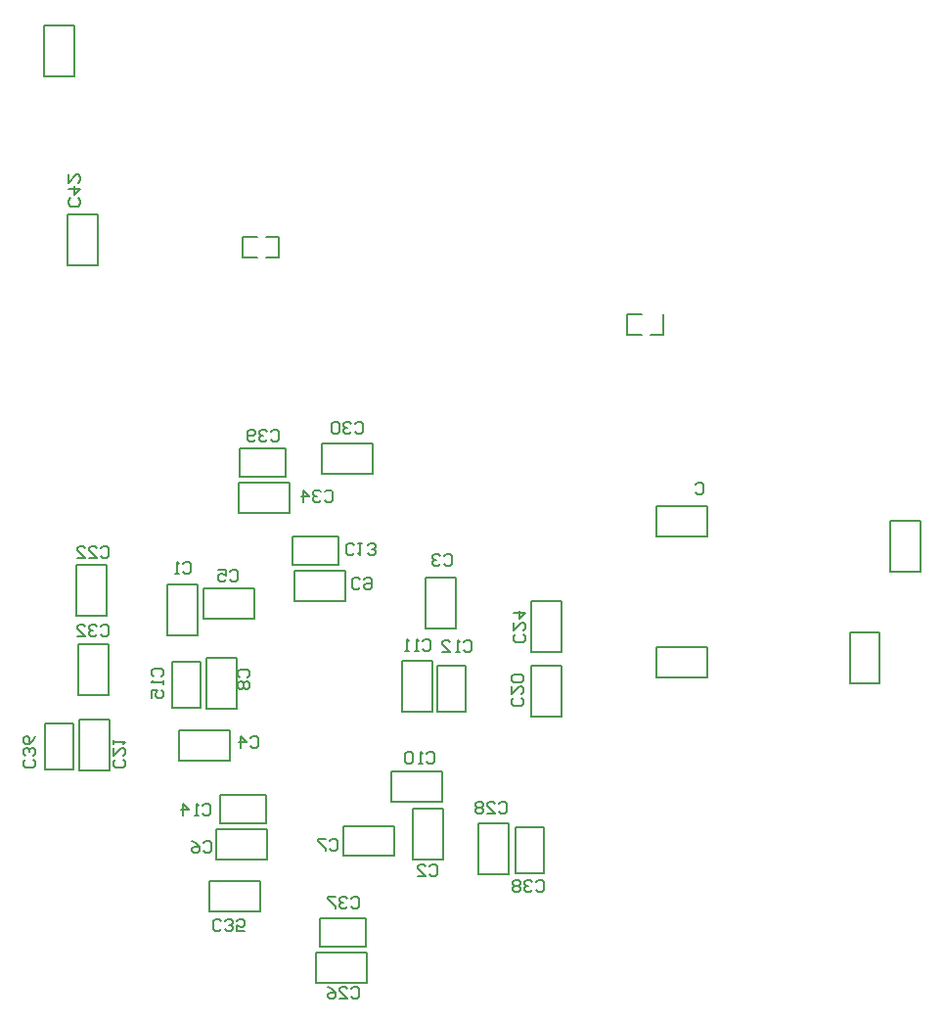
<source format=gbo>
%FSLAX24Y24*%
%MOIN*%
G70*
G01*
G75*
%ADD10C,0.0080*%
%ADD11R,0.0433X0.0472*%
%ADD12R,0.0630X0.0114*%
%ADD13O,0.0630X0.0115*%
%ADD14O,0.0115X0.0630*%
%ADD15O,0.0115X0.0630*%
%ADD16O,0.0630X0.0115*%
%ADD17R,0.0500X0.0180*%
%ADD18R,0.0400X0.0400*%
%ADD19R,0.0200X0.0350*%
%ADD20R,0.0350X0.0200*%
%ADD21R,0.0551X0.0512*%
%ADD22R,0.0472X0.0433*%
%ADD23R,0.0600X0.1700*%
%ADD24O,0.0600X0.1700*%
%ADD25R,0.2126X0.1102*%
%ADD26O,0.0400X0.2000*%
%ADD27R,0.0157X0.0531*%
%ADD28O,0.0945X0.0315*%
%ADD29R,0.0945X0.0315*%
%ADD30O,0.0256X0.0866*%
%ADD31R,0.0256X0.0866*%
%ADD32O,0.0866X0.0256*%
%ADD33R,0.0394X0.0394*%
%ADD34R,0.0394X0.0551*%
%ADD35R,0.1024X0.1417*%
%ADD36R,0.0787X0.1496*%
%ADD37R,0.0315X0.0354*%
%ADD38R,0.1024X0.0630*%
%ADD39R,0.0630X0.0115*%
%ADD40R,0.1417X0.1024*%
%ADD41R,0.0300X0.0300*%
%ADD42R,0.0600X0.0600*%
%ADD43R,0.1102X0.2126*%
%ADD44R,0.0354X0.0315*%
%ADD45R,0.0630X0.0630*%
%ADD46R,0.1024X0.1417*%
%ADD47R,0.2400X0.2600*%
%ADD48R,0.0600X0.1000*%
%ADD49C,0.0070*%
%ADD50C,0.0090*%
%ADD51C,0.0100*%
%ADD52C,0.0150*%
%ADD53C,0.0197*%
%ADD54C,0.0250*%
%ADD55C,0.0200*%
%ADD56C,0.0800*%
%ADD57C,0.0120*%
%ADD58R,0.2035X0.2420*%
%ADD59C,0.0620*%
%ADD60C,0.1700*%
%ADD61C,0.0800*%
%ADD62C,0.1184*%
%ADD63C,0.0250*%
%ADD64R,0.0512X0.0551*%
%ADD65C,0.0220*%
%ADD66C,0.0280*%
%ADD67C,0.0098*%
%ADD68C,0.0079*%
%ADD69C,0.0010*%
D10*
X78257Y41162D02*
X78324Y41229D01*
X78457D01*
X78524Y41162D01*
Y40896D01*
X78457Y40829D01*
X78324D01*
X78257Y40896D01*
X78124Y40829D02*
X77990D01*
X78057D01*
Y41229D01*
X78124Y41162D01*
X86676Y30874D02*
X86743Y30941D01*
X86876D01*
X86943Y30874D01*
Y30608D01*
X86876Y30541D01*
X86743D01*
X86676Y30608D01*
X86276Y30541D02*
X86543D01*
X86276Y30808D01*
Y30874D01*
X86343Y30941D01*
X86476D01*
X86543Y30874D01*
X87164Y41443D02*
X87231Y41510D01*
X87364D01*
X87430Y41443D01*
Y41177D01*
X87364Y41110D01*
X87231D01*
X87164Y41177D01*
X87031Y41443D02*
X86964Y41510D01*
X86831D01*
X86764Y41443D01*
Y41377D01*
X86831Y41310D01*
X86897D01*
X86831D01*
X86764Y41243D01*
Y41177D01*
X86831Y41110D01*
X86964D01*
X87031Y41177D01*
X80581Y35241D02*
X80648Y35308D01*
X80781D01*
X80848Y35241D01*
Y34974D01*
X80781Y34908D01*
X80648D01*
X80581Y34974D01*
X80248Y34908D02*
Y35308D01*
X80448Y35108D01*
X80181D01*
X79878Y40914D02*
X79945Y40981D01*
X80078D01*
X80145Y40914D01*
Y40648D01*
X80078Y40581D01*
X79945D01*
X79878Y40648D01*
X79478Y40981D02*
X79745D01*
Y40781D01*
X79611Y40847D01*
X79545D01*
X79478Y40781D01*
Y40648D01*
X79545Y40581D01*
X79678D01*
X79745Y40648D01*
X78977Y31673D02*
X79044Y31740D01*
X79177D01*
X79244Y31673D01*
Y31407D01*
X79177Y31340D01*
X79044D01*
X78977Y31407D01*
X78577Y31740D02*
X78710Y31673D01*
X78844Y31540D01*
Y31407D01*
X78777Y31340D01*
X78644D01*
X78577Y31407D01*
Y31473D01*
X78644Y31540D01*
X78844D01*
X83268Y31752D02*
X83334Y31819D01*
X83468D01*
X83534Y31752D01*
Y31486D01*
X83468Y31419D01*
X83334D01*
X83268Y31486D01*
X83134Y31819D02*
X82868D01*
Y31752D01*
X83134Y31486D01*
Y31419D01*
X80192Y37321D02*
X80125Y37387D01*
Y37520D01*
X80192Y37587D01*
X80458D01*
X80525Y37520D01*
Y37387D01*
X80458Y37321D01*
X80192Y37187D02*
X80125Y37121D01*
Y36987D01*
X80192Y36921D01*
X80258D01*
X80325Y36987D01*
X80392Y36921D01*
X80458D01*
X80525Y36987D01*
Y37121D01*
X80458Y37187D01*
X80392D01*
X80325Y37121D01*
X80258Y37187D01*
X80192D01*
X80325Y37121D02*
Y36987D01*
X84320Y40377D02*
X84254Y40310D01*
X84120D01*
X84054Y40377D01*
Y40644D01*
X84120Y40710D01*
X84254D01*
X84320Y40644D01*
X84453D02*
X84520Y40710D01*
X84653D01*
X84720Y40644D01*
Y40377D01*
X84653Y40310D01*
X84520D01*
X84453Y40377D01*
Y40444D01*
X84520Y40510D01*
X84720D01*
X86568Y34712D02*
X86635Y34778D01*
X86768D01*
X86835Y34712D01*
Y34445D01*
X86768Y34378D01*
X86635D01*
X86568Y34445D01*
X86435Y34378D02*
X86302D01*
X86368D01*
Y34778D01*
X86435Y34712D01*
X86102D02*
X86035Y34778D01*
X85902D01*
X85835Y34712D01*
Y34445D01*
X85902Y34378D01*
X86035D01*
X86102Y34445D01*
Y34712D01*
X86428Y38557D02*
X86494Y38624D01*
X86628D01*
X86694Y38557D01*
Y38291D01*
X86628Y38224D01*
X86494D01*
X86428Y38291D01*
X86295Y38224D02*
X86161D01*
X86228D01*
Y38624D01*
X86295Y38557D01*
X85961Y38224D02*
X85828D01*
X85895D01*
Y38624D01*
X85961Y38557D01*
X87834Y38516D02*
X87900Y38582D01*
X88034D01*
X88100Y38516D01*
Y38249D01*
X88034Y38183D01*
X87900D01*
X87834Y38249D01*
X87700Y38183D02*
X87567D01*
X87634D01*
Y38582D01*
X87700Y38516D01*
X87101Y38183D02*
X87367D01*
X87101Y38449D01*
Y38516D01*
X87167Y38582D01*
X87301D01*
X87367Y38516D01*
X84100Y41557D02*
X84033Y41490D01*
X83900D01*
X83834Y41557D01*
Y41824D01*
X83900Y41890D01*
X84033D01*
X84100Y41824D01*
X84233Y41890D02*
X84367D01*
X84300D01*
Y41490D01*
X84233Y41557D01*
X84567D02*
X84633Y41490D01*
X84767D01*
X84833Y41557D01*
Y41624D01*
X84767Y41690D01*
X84700D01*
X84767D01*
X84833Y41757D01*
Y41824D01*
X84767Y41890D01*
X84633D01*
X84567Y41824D01*
X78937Y32933D02*
X79004Y33000D01*
X79137D01*
X79204Y32933D01*
Y32667D01*
X79137Y32600D01*
X79004D01*
X78937Y32667D01*
X78804Y32600D02*
X78670D01*
X78737D01*
Y33000D01*
X78804Y32933D01*
X78271Y32600D02*
Y33000D01*
X78470Y32800D01*
X78204D01*
X77272Y37354D02*
X77206Y37420D01*
Y37554D01*
X77272Y37620D01*
X77539D01*
X77606Y37554D01*
Y37420D01*
X77539Y37354D01*
X77606Y37220D02*
Y37087D01*
Y37154D01*
X77206D01*
X77272Y37220D01*
X77206Y36621D02*
Y36887D01*
X77406D01*
X77339Y36754D01*
Y36687D01*
X77406Y36621D01*
X77539D01*
X77606Y36687D01*
Y36820D01*
X77539Y36887D01*
X89806Y36621D02*
X89873Y36555D01*
Y36422D01*
X89806Y36355D01*
X89540D01*
X89473Y36422D01*
Y36555D01*
X89540Y36621D01*
X89473Y37021D02*
Y36755D01*
X89740Y37021D01*
X89806D01*
X89873Y36955D01*
Y36821D01*
X89806Y36755D01*
Y37155D02*
X89873Y37221D01*
Y37355D01*
X89806Y37421D01*
X89540D01*
X89473Y37355D01*
Y37221D01*
X89540Y37155D01*
X89806D01*
X76227Y34517D02*
X76293Y34450D01*
Y34317D01*
X76227Y34250D01*
X75960D01*
X75894Y34317D01*
Y34450D01*
X75960Y34517D01*
X75894Y34917D02*
Y34650D01*
X76160Y34917D01*
X76227D01*
X76293Y34850D01*
Y34717D01*
X76227Y34650D01*
X75894Y35050D02*
Y35183D01*
Y35117D01*
X76293D01*
X76227Y35050D01*
X75470Y41725D02*
X75537Y41791D01*
X75670D01*
X75737Y41725D01*
Y41458D01*
X75670Y41391D01*
X75537D01*
X75470Y41458D01*
X75070Y41391D02*
X75337D01*
X75070Y41658D01*
Y41725D01*
X75137Y41791D01*
X75270D01*
X75337Y41725D01*
X74670Y41391D02*
X74937D01*
X74670Y41658D01*
Y41725D01*
X74737Y41791D01*
X74870D01*
X74937Y41725D01*
X89881Y38772D02*
X89947Y38705D01*
Y38572D01*
X89881Y38505D01*
X89614D01*
X89548Y38572D01*
Y38705D01*
X89614Y38772D01*
X89548Y39172D02*
Y38905D01*
X89814Y39172D01*
X89881D01*
X89947Y39105D01*
Y38972D01*
X89881Y38905D01*
X89548Y39505D02*
X89947D01*
X89747Y39305D01*
Y39571D01*
X83996Y26715D02*
X84063Y26781D01*
X84196D01*
X84263Y26715D01*
Y26448D01*
X84196Y26381D01*
X84063D01*
X83996Y26448D01*
X83597Y26381D02*
X83863D01*
X83597Y26648D01*
Y26715D01*
X83663Y26781D01*
X83797D01*
X83863Y26715D01*
X83197Y26781D02*
X83330Y26715D01*
X83463Y26581D01*
Y26448D01*
X83397Y26381D01*
X83263D01*
X83197Y26448D01*
Y26515D01*
X83263Y26581D01*
X83463D01*
X89033Y33025D02*
X89100Y33091D01*
X89233D01*
X89299Y33025D01*
Y32758D01*
X89233Y32691D01*
X89100D01*
X89033Y32758D01*
X88633Y32691D02*
X88900D01*
X88633Y32958D01*
Y33025D01*
X88700Y33091D01*
X88833D01*
X88900Y33025D01*
X88500D02*
X88433Y33091D01*
X88300D01*
X88233Y33025D01*
Y32958D01*
X88300Y32891D01*
X88233Y32825D01*
Y32758D01*
X88300Y32691D01*
X88433D01*
X88500Y32758D01*
Y32825D01*
X88433Y32891D01*
X88500Y32958D01*
Y33025D01*
X88433Y32891D02*
X88300D01*
X84137Y45951D02*
X84204Y46017D01*
X84337D01*
X84404Y45951D01*
Y45684D01*
X84337Y45617D01*
X84204D01*
X84137Y45684D01*
X84004Y45951D02*
X83937Y46017D01*
X83804D01*
X83737Y45951D01*
Y45884D01*
X83804Y45817D01*
X83870D01*
X83804D01*
X83737Y45751D01*
Y45684D01*
X83804Y45617D01*
X83937D01*
X84004Y45684D01*
X83604Y45951D02*
X83537Y46017D01*
X83404D01*
X83337Y45951D01*
Y45684D01*
X83404Y45617D01*
X83537D01*
X83604Y45684D01*
Y45951D01*
X75470Y39045D02*
X75537Y39112D01*
X75670D01*
X75737Y39045D01*
Y38779D01*
X75670Y38712D01*
X75537D01*
X75470Y38779D01*
X75337Y39045D02*
X75270Y39112D01*
X75137D01*
X75070Y39045D01*
Y38978D01*
X75137Y38912D01*
X75203D01*
X75137D01*
X75070Y38845D01*
Y38779D01*
X75137Y38712D01*
X75270D01*
X75337Y38779D01*
X74670Y38712D02*
X74937D01*
X74670Y38978D01*
Y39045D01*
X74737Y39112D01*
X74870D01*
X74937Y39045D01*
X83112Y43627D02*
X83178Y43693D01*
X83311D01*
X83378Y43627D01*
Y43360D01*
X83311Y43293D01*
X83178D01*
X83112Y43360D01*
X82978Y43627D02*
X82912Y43693D01*
X82778D01*
X82712Y43627D01*
Y43560D01*
X82778Y43493D01*
X82845D01*
X82778D01*
X82712Y43427D01*
Y43360D01*
X82778Y43293D01*
X82912D01*
X82978Y43360D01*
X82378Y43293D02*
Y43693D01*
X82578Y43493D01*
X82312D01*
X79557Y28747D02*
X79490Y28680D01*
X79357D01*
X79290Y28747D01*
Y29013D01*
X79357Y29080D01*
X79490D01*
X79557Y29013D01*
X79690Y28747D02*
X79757Y28680D01*
X79890D01*
X79956Y28747D01*
Y28813D01*
X79890Y28880D01*
X79823D01*
X79890D01*
X79956Y28947D01*
Y29013D01*
X79890Y29080D01*
X79757D01*
X79690Y29013D01*
X80356Y28680D02*
X80090D01*
Y28880D01*
X80223Y28813D01*
X80290D01*
X80356Y28880D01*
Y29013D01*
X80290Y29080D01*
X80156D01*
X80090Y29013D01*
X73177Y34497D02*
X73243Y34430D01*
Y34297D01*
X73177Y34230D01*
X72910D01*
X72844Y34297D01*
Y34430D01*
X72910Y34497D01*
X73177Y34630D02*
X73243Y34697D01*
Y34830D01*
X73177Y34897D01*
X73110D01*
X73043Y34830D01*
Y34763D01*
Y34830D01*
X72977Y34897D01*
X72910D01*
X72844Y34830D01*
Y34697D01*
X72910Y34630D01*
X73243Y35297D02*
X73177Y35163D01*
X73043Y35030D01*
X72910D01*
X72844Y35097D01*
Y35230D01*
X72910Y35297D01*
X72977D01*
X73043Y35230D01*
Y35030D01*
X83996Y29783D02*
X84063Y29849D01*
X84196D01*
X84263Y29783D01*
Y29516D01*
X84196Y29449D01*
X84063D01*
X83996Y29516D01*
X83863Y29783D02*
X83797Y29849D01*
X83663D01*
X83597Y29783D01*
Y29716D01*
X83663Y29649D01*
X83730D01*
X83663D01*
X83597Y29583D01*
Y29516D01*
X83663Y29449D01*
X83797D01*
X83863Y29516D01*
X83463Y29849D02*
X83197D01*
Y29783D01*
X83463Y29516D01*
Y29449D01*
X90298Y30345D02*
X90365Y30412D01*
X90498D01*
X90565Y30345D01*
Y30078D01*
X90498Y30012D01*
X90365D01*
X90298Y30078D01*
X90165Y30345D02*
X90098Y30412D01*
X89965D01*
X89898Y30345D01*
Y30278D01*
X89965Y30212D01*
X90032D01*
X89965D01*
X89898Y30145D01*
Y30078D01*
X89965Y30012D01*
X90098D01*
X90165Y30078D01*
X89765Y30345D02*
X89698Y30412D01*
X89565D01*
X89498Y30345D01*
Y30278D01*
X89565Y30212D01*
X89498Y30145D01*
Y30078D01*
X89565Y30012D01*
X89698D01*
X89765Y30078D01*
Y30145D01*
X89698Y30212D01*
X89765Y30278D01*
Y30345D01*
X89698Y30212D02*
X89565D01*
X81284Y45669D02*
X81351Y45736D01*
X81484D01*
X81550Y45669D01*
Y45403D01*
X81484Y45336D01*
X81351D01*
X81284Y45403D01*
X81151Y45669D02*
X81084Y45736D01*
X80951D01*
X80884Y45669D01*
Y45603D01*
X80951Y45536D01*
X81017D01*
X80951D01*
X80884Y45469D01*
Y45403D01*
X80951Y45336D01*
X81084D01*
X81151Y45403D01*
X80751D02*
X80684Y45336D01*
X80551D01*
X80484Y45403D01*
Y45669D01*
X80551Y45736D01*
X80684D01*
X80751Y45669D01*
Y45603D01*
X80684Y45536D01*
X80484D01*
X74707Y53627D02*
X74773Y53560D01*
Y53427D01*
X74707Y53360D01*
X74440D01*
X74374Y53427D01*
Y53560D01*
X74440Y53627D01*
X74374Y53960D02*
X74773D01*
X74573Y53760D01*
Y54027D01*
X74374Y54427D02*
Y54160D01*
X74640Y54427D01*
X74707D01*
X74773Y54360D01*
Y54227D01*
X74707Y54160D01*
X95723Y43875D02*
X95790Y43941D01*
X95923D01*
X95990Y43875D01*
Y43608D01*
X95923Y43542D01*
X95790D01*
X95723Y43608D0` ¾                                                                                                                                                                                                                                                                                                                                                                                                                                                                                                                                                                                                                                                                                                                                                                                                                                                                                                                                                                                                                                                                                                                                                                                                                                                                                                                                                                                                                                                                                                                                                                                                                                                                                                                                                                                                                                                                                                                                                                                                                                                                                                                                                                                                                                                                                                                                                                                                                                                                                                                                                                                                                                                                                                                                                                                                                                                                                                                                                                                                                                                                                                                                                                                                                                                                                                                                                                                                                                                                                                                                                                                                                                                                                                                                                                                                                                                                                                                                                                                                                                                                                                                                                                                                                                                                                                                                                                                                                                                                                                                                                                                                                                                                                                                                                                                                                                                                                                                                                                                                                                                                                                                                                                                                                                                                                                                                                                                                                                                                                                                                                                                                                                                                                                                                                                                                                                                                                                                                                                                                                                                                                                                                                                                                                                                                                                                                                                                        54D01*
X94204Y48980D02*
X94654D01*
X93404D02*
X93904D01*
X93404Y49680D02*
X93904D01*
X94654Y48980D02*
Y49680D01*
X93404Y48980D02*
Y49680D01*
X80300Y51600D02*
Y52300D01*
X81550Y51600D02*
Y52300D01*
X80300D02*
X80800D01*
X80300Y51600D02*
X80800D01*
X81100D02*
X81550D01*
X81100Y52300D02*
X81550D01*
D68*
X77742Y38738D02*
X78765D01*
Y40470D01*
X77742D02*
X78765D01*
X77742Y38738D02*
Y40470D01*
X96146Y42118D02*
Y43142D01*
X94413D02*
X96146D01*
X94413Y42118D02*
Y43142D01*
Y42118D02*
X96146D01*
X73542Y59522D02*
X74565D01*
X73542Y57790D02*
Y59522D01*
Y57790D02*
X74565D01*
Y59522D01*
X94413Y37318D02*
X96146D01*
X94413D02*
Y38342D01*
X96146D01*
Y37318D02*
Y38342D01*
X103404Y40901D02*
Y42633D01*
X102381Y40901D02*
X103404D01*
X102381D02*
Y42633D01*
X103404D01*
X102012Y37110D02*
Y38842D01*
X100988Y37110D02*
X102012D01*
X100988D02*
Y38842D01*
X102012D01*
X83008Y45262D02*
X84740D01*
Y44238D02*
Y45262D01*
X83008Y44238D02*
X84740D01*
X83008D02*
Y45262D01*
X87565Y38990D02*
Y40722D01*
X86542Y38990D02*
X87565D01*
X86542D02*
Y40722D01*
X87565D01*
X79413Y31118D02*
X81146D01*
X79413D02*
Y32142D01*
X81146D01*
Y31118D02*
Y32142D01*
X82061Y40942D02*
X83794D01*
Y39918D02*
Y40942D01*
X82061Y39918D02*
X83794D01*
X82061D02*
Y40942D01*
X85378Y33083D02*
X87111D01*
X85378D02*
Y34107D01*
X87111D01*
Y33083D02*
Y34107D01*
X85742Y36138D02*
Y37870D01*
X86765D01*
Y36138D02*
Y37870D01*
X85742Y36138D02*
X86765D01*
X87891Y36142D02*
Y37717D01*
X86946D02*
X87891D01*
X86946Y36142D02*
Y37717D01*
Y36142D02*
X87891D01*
X82001Y41158D02*
X83576D01*
Y42103D01*
X82001D02*
X83576D01*
X82001Y41158D02*
Y42103D01*
X78866Y36270D02*
Y37844D01*
X77921D02*
X78866D01*
X77921Y36270D02*
Y37844D01*
Y36270D02*
X78866D01*
X74742Y34138D02*
Y35870D01*
X75765D01*
Y34138D02*
Y35870D01*
X74742Y34138D02*
X75765D01*
X91165Y38190D02*
Y39922D01*
X90142Y38190D02*
X91165D01*
X90142D02*
Y39922D01*
X91165D01*
X74707Y36703D02*
Y38435D01*
X75730D01*
Y36703D02*
Y38435D01*
X74707Y36703D02*
X75730D01*
X80161Y43942D02*
X81894D01*
Y42918D02*
Y43942D01*
X80161Y42918D02*
X81894D01*
X80161D02*
Y43942D01*
X74526Y34177D02*
Y35752D01*
X73581D02*
X74526D01*
X73581Y34177D02*
Y35752D01*
Y34177D02*
X74526D01*
X82932Y29103D02*
X84506D01*
X82932Y28158D02*
Y29103D01*
Y28158D02*
X84506D01*
Y29103D01*
X89613Y30628D02*
Y32203D01*
Y30628D02*
X90557D01*
Y32203D01*
X89613D02*
X90557D01*
X80201Y44158D02*
X81776D01*
Y45103D01*
X80201D02*
X81776D01*
X80201Y44158D02*
Y45103D01*
X89362Y30610D02*
Y32342D01*
X88338Y30610D02*
X89362D01*
X88338D02*
Y32342D01*
X89362D01*
X86107Y31103D02*
Y32835D01*
X87130D01*
Y31103D02*
Y32835D01*
X86107Y31103D02*
X87130D01*
X82813Y26918D02*
X84546D01*
X82813D02*
Y27942D01*
X84546D01*
Y26918D02*
Y27942D01*
X75662Y39410D02*
Y41142D01*
X74638Y39410D02*
X75662D01*
X74638D02*
Y41142D01*
X75662D01*
X83744Y31227D02*
X85476D01*
X83744D02*
Y32251D01*
X85476D01*
Y31227D02*
Y32251D01*
X79532Y33303D02*
X81106D01*
X79532Y32358D02*
Y33303D01*
Y32358D02*
X81106D01*
Y33303D01*
X74342Y51338D02*
X75365D01*
Y53070D01*
X74342D02*
X75365D01*
X74342Y51338D02*
Y53070D01*
X90142Y37722D02*
X91165D01*
X90142Y35990D02*
Y37722D01*
Y35990D02*
X91165D01*
Y37722D01*
X80892Y29338D02*
Y30362D01*
X79160D02*
X80892D01*
X79160Y29338D02*
Y30362D01*
Y29338D02*
X80892D01*
X78126Y34483D02*
Y35507D01*
Y34483D02*
X79859D01*
Y35507D01*
X78126D02*
X79859D01*
X78961Y39318D02*
Y40342D01*
Y39318D02*
X80694D01*
Y40342D01*
X78961D02*
X80694D01*
X79082Y36230D02*
X80105D01*
Y37962D01*
X79082D02*
X80105D01*
X79082Y36230D02*
Y37962D01*
M02*

</source>
